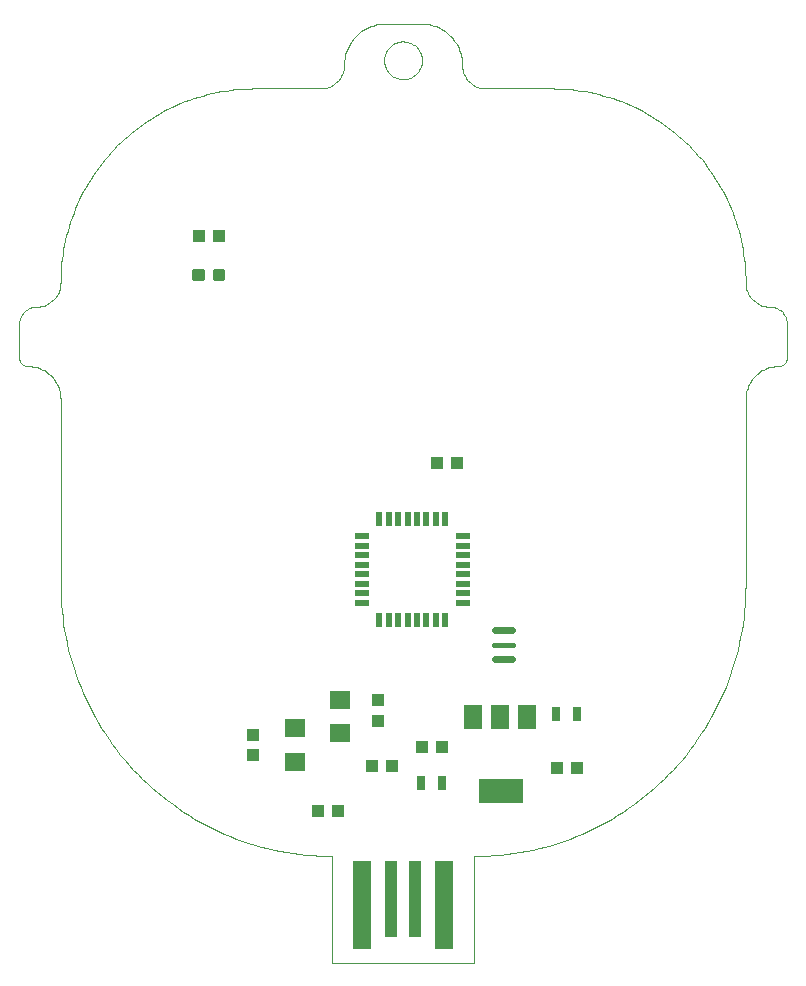
<source format=gtp>
G75*
%MOIN*%
%OFA0B0*%
%FSLAX24Y24*%
%IPPOS*%
%LPD*%
%AMOC8*
5,1,8,0,0,1.08239X$1,22.5*
%
%ADD10C,0.0000*%
%ADD11R,0.0220X0.0500*%
%ADD12R,0.0500X0.0220*%
%ADD13R,0.0394X0.0433*%
%ADD14R,0.0433X0.0394*%
%ADD15R,0.0709X0.0630*%
%ADD16R,0.0591X0.2953*%
%ADD17R,0.0394X0.2559*%
%ADD18R,0.0590X0.0790*%
%ADD19R,0.1500X0.0790*%
%ADD20C,0.0118*%
%ADD21R,0.0315X0.0472*%
%ADD22C,0.0240*%
%ADD23C,0.0177*%
D10*
X010533Y001133D02*
X015257Y001133D01*
X015257Y004677D01*
X010533Y004677D02*
X010533Y001133D01*
X010533Y004677D02*
X010314Y004680D01*
X010096Y004688D01*
X009877Y004701D01*
X009659Y004719D01*
X009442Y004743D01*
X009225Y004772D01*
X009009Y004806D01*
X008793Y004846D01*
X008579Y004890D01*
X008366Y004940D01*
X008154Y004995D01*
X007944Y005055D01*
X007735Y005120D01*
X007528Y005190D01*
X007322Y005265D01*
X007118Y005345D01*
X006917Y005430D01*
X006717Y005520D01*
X006520Y005615D01*
X006325Y005714D01*
X006132Y005818D01*
X005942Y005927D01*
X005755Y006040D01*
X005571Y006158D01*
X005389Y006280D01*
X005211Y006406D01*
X005035Y006537D01*
X004863Y006672D01*
X004694Y006811D01*
X004528Y006954D01*
X004366Y007101D01*
X004208Y007252D01*
X004053Y007407D01*
X003902Y007565D01*
X003755Y007727D01*
X003612Y007893D01*
X003473Y008062D01*
X003338Y008234D01*
X003207Y008410D01*
X003081Y008588D01*
X002959Y008770D01*
X002841Y008954D01*
X002728Y009141D01*
X002619Y009331D01*
X002515Y009524D01*
X002416Y009719D01*
X002321Y009916D01*
X002231Y010116D01*
X002146Y010317D01*
X002066Y010521D01*
X001991Y010727D01*
X001921Y010934D01*
X001856Y011143D01*
X001796Y011353D01*
X001741Y011565D01*
X001691Y011778D01*
X001647Y011992D01*
X001607Y012208D01*
X001573Y012424D01*
X001544Y012641D01*
X001520Y012858D01*
X001502Y013076D01*
X001489Y013295D01*
X001481Y013513D01*
X001478Y013732D01*
X001478Y019916D01*
X001476Y019980D01*
X001471Y020044D01*
X001461Y020107D01*
X001448Y020170D01*
X001432Y020231D01*
X001412Y020292D01*
X001388Y020352D01*
X001361Y020410D01*
X001331Y020466D01*
X001297Y020520D01*
X001260Y020573D01*
X001221Y020623D01*
X001178Y020671D01*
X001133Y020716D01*
X001085Y020759D01*
X001035Y020798D01*
X000982Y020835D01*
X000928Y020869D01*
X000872Y020899D01*
X000814Y020926D01*
X000754Y020950D01*
X000693Y020970D01*
X000632Y020986D01*
X000569Y020999D01*
X000506Y021009D01*
X000442Y021014D01*
X000378Y021016D01*
X000347Y021018D01*
X000316Y021023D01*
X000286Y021032D01*
X000257Y021044D01*
X000230Y021059D01*
X000205Y021077D01*
X000181Y021097D01*
X000161Y021121D01*
X000143Y021146D01*
X000128Y021173D01*
X000116Y021202D01*
X000107Y021232D01*
X000102Y021263D01*
X000100Y021294D01*
X000100Y022427D01*
X000102Y022473D01*
X000108Y022519D01*
X000117Y022564D01*
X000130Y022608D01*
X000147Y022651D01*
X000167Y022692D01*
X000191Y022732D01*
X000217Y022769D01*
X000247Y022804D01*
X000280Y022837D01*
X000315Y022867D01*
X000352Y022893D01*
X000392Y022917D01*
X000433Y022937D01*
X000476Y022954D01*
X000520Y022967D01*
X000565Y022976D01*
X000611Y022982D01*
X000657Y022984D01*
X000713Y022986D01*
X000769Y022992D01*
X000824Y023001D01*
X000879Y023014D01*
X000932Y023031D01*
X000984Y023052D01*
X001035Y023076D01*
X001084Y023104D01*
X001130Y023134D01*
X001175Y023168D01*
X001217Y023205D01*
X001257Y023245D01*
X001294Y023287D01*
X001328Y023332D01*
X001358Y023378D01*
X001386Y023427D01*
X001410Y023478D01*
X001431Y023530D01*
X001448Y023583D01*
X001461Y023638D01*
X001470Y023693D01*
X001476Y023749D01*
X001478Y023805D01*
X001480Y023964D01*
X001486Y024122D01*
X001496Y024280D01*
X001509Y024438D01*
X001527Y024596D01*
X001548Y024753D01*
X001573Y024910D01*
X001602Y025066D01*
X001635Y025221D01*
X001672Y025375D01*
X001712Y025528D01*
X001756Y025681D01*
X001804Y025832D01*
X001856Y025982D01*
X001911Y026131D01*
X001970Y026278D01*
X002032Y026424D01*
X002098Y026568D01*
X002168Y026710D01*
X002241Y026851D01*
X002317Y026990D01*
X002397Y027127D01*
X002481Y027262D01*
X002567Y027395D01*
X002657Y027526D01*
X002750Y027654D01*
X002846Y027781D01*
X002945Y027904D01*
X003047Y028026D01*
X003152Y028145D01*
X003260Y028261D01*
X003371Y028374D01*
X003484Y028485D01*
X003600Y028593D01*
X003719Y028698D01*
X003841Y028800D01*
X003964Y028899D01*
X004091Y028995D01*
X004219Y029088D01*
X004350Y029178D01*
X004483Y029264D01*
X004618Y029348D01*
X004755Y029428D01*
X004894Y029504D01*
X005035Y029577D01*
X005177Y029647D01*
X005321Y029713D01*
X005467Y029775D01*
X005614Y029834D01*
X005763Y029889D01*
X005913Y029941D01*
X006064Y029989D01*
X006217Y030033D01*
X006370Y030073D01*
X006524Y030110D01*
X006679Y030143D01*
X006835Y030172D01*
X006992Y030197D01*
X007149Y030218D01*
X007307Y030236D01*
X007465Y030249D01*
X007623Y030259D01*
X007781Y030265D01*
X007940Y030267D01*
X010125Y030267D01*
X010139Y030268D02*
X010193Y030270D01*
X010246Y030275D01*
X010299Y030284D01*
X010351Y030297D01*
X010403Y030313D01*
X010453Y030333D01*
X010501Y030356D01*
X010548Y030383D01*
X010593Y030412D01*
X010636Y030445D01*
X010676Y030480D01*
X010714Y030518D01*
X010749Y030558D01*
X010782Y030601D01*
X010811Y030646D01*
X010838Y030693D01*
X010861Y030741D01*
X010881Y030791D01*
X010897Y030843D01*
X010910Y030895D01*
X010919Y030948D01*
X010924Y031001D01*
X010926Y031055D01*
X010927Y031055D02*
X010929Y031127D01*
X010935Y031199D01*
X010944Y031271D01*
X010957Y031342D01*
X010974Y031412D01*
X010994Y031481D01*
X011019Y031549D01*
X011046Y031615D01*
X011077Y031681D01*
X011112Y031744D01*
X011149Y031806D01*
X011190Y031865D01*
X011234Y031922D01*
X011281Y031977D01*
X011331Y032029D01*
X011383Y032079D01*
X011438Y032126D01*
X011495Y032170D01*
X011554Y032211D01*
X011616Y032248D01*
X011679Y032283D01*
X011745Y032314D01*
X011811Y032341D01*
X011879Y032366D01*
X011948Y032386D01*
X012018Y032403D01*
X012089Y032416D01*
X012161Y032425D01*
X012233Y032431D01*
X012305Y032433D01*
X013486Y032433D01*
X012265Y031205D02*
X012267Y031255D01*
X012273Y031305D01*
X012283Y031354D01*
X012297Y031402D01*
X012314Y031449D01*
X012335Y031494D01*
X012360Y031538D01*
X012388Y031579D01*
X012420Y031618D01*
X012454Y031655D01*
X012491Y031689D01*
X012531Y031719D01*
X012573Y031746D01*
X012617Y031770D01*
X012663Y031791D01*
X012710Y031807D01*
X012758Y031820D01*
X012808Y031829D01*
X012857Y031834D01*
X012908Y031835D01*
X012958Y031832D01*
X013007Y031825D01*
X013056Y031814D01*
X013104Y031799D01*
X013150Y031781D01*
X013195Y031759D01*
X013238Y031733D01*
X013279Y031704D01*
X013318Y031672D01*
X013354Y031637D01*
X013386Y031599D01*
X013416Y031559D01*
X013443Y031516D01*
X013466Y031472D01*
X013485Y031426D01*
X013501Y031378D01*
X013513Y031329D01*
X013521Y031280D01*
X013525Y031230D01*
X013525Y031180D01*
X013521Y031130D01*
X013513Y031081D01*
X013501Y031032D01*
X013485Y030984D01*
X013466Y030938D01*
X013443Y030894D01*
X013416Y030851D01*
X013386Y030811D01*
X013354Y030773D01*
X013318Y030738D01*
X013279Y030706D01*
X013238Y030677D01*
X013195Y030651D01*
X013150Y030629D01*
X013104Y030611D01*
X013056Y030596D01*
X013007Y030585D01*
X012958Y030578D01*
X012908Y030575D01*
X012857Y030576D01*
X012808Y030581D01*
X012758Y030590D01*
X012710Y030603D01*
X012663Y030619D01*
X012617Y030640D01*
X012573Y030664D01*
X012531Y030691D01*
X012491Y030721D01*
X012454Y030755D01*
X012420Y030792D01*
X012388Y030831D01*
X012360Y030872D01*
X012335Y030916D01*
X012314Y030961D01*
X012297Y031008D01*
X012283Y031056D01*
X012273Y031105D01*
X012267Y031155D01*
X012265Y031205D01*
X013486Y032433D02*
X013558Y032431D01*
X013630Y032425D01*
X013702Y032416D01*
X013773Y032403D01*
X013843Y032386D01*
X013912Y032366D01*
X013980Y032341D01*
X014046Y032314D01*
X014112Y032283D01*
X014175Y032248D01*
X014237Y032211D01*
X014296Y032170D01*
X014353Y032126D01*
X014408Y032079D01*
X014460Y032029D01*
X014510Y031977D01*
X014557Y031922D01*
X014601Y031865D01*
X014642Y031806D01*
X014679Y031744D01*
X014714Y031681D01*
X014745Y031615D01*
X014772Y031549D01*
X014797Y031481D01*
X014817Y031412D01*
X014834Y031342D01*
X014847Y031271D01*
X014856Y031199D01*
X014862Y031127D01*
X014864Y031055D01*
X014866Y031001D01*
X014871Y030948D01*
X014880Y030895D01*
X014893Y030843D01*
X014909Y030791D01*
X014929Y030741D01*
X014952Y030693D01*
X014979Y030646D01*
X015008Y030601D01*
X015041Y030558D01*
X015076Y030518D01*
X015114Y030480D01*
X015154Y030445D01*
X015197Y030412D01*
X015242Y030383D01*
X015289Y030356D01*
X015337Y030333D01*
X015387Y030313D01*
X015439Y030297D01*
X015491Y030284D01*
X015544Y030275D01*
X015597Y030270D01*
X015651Y030268D01*
X015665Y030267D02*
X017850Y030267D01*
X018009Y030265D01*
X018167Y030259D01*
X018325Y030249D01*
X018483Y030236D01*
X018641Y030218D01*
X018798Y030197D01*
X018955Y030172D01*
X019111Y030143D01*
X019266Y030110D01*
X019420Y030073D01*
X019573Y030033D01*
X019726Y029989D01*
X019877Y029941D01*
X020027Y029889D01*
X020176Y029834D01*
X020323Y029775D01*
X020469Y029713D01*
X020613Y029647D01*
X020755Y029577D01*
X020896Y029504D01*
X021035Y029428D01*
X021172Y029348D01*
X021307Y029264D01*
X021440Y029178D01*
X021571Y029088D01*
X021699Y028995D01*
X021826Y028899D01*
X021949Y028800D01*
X022071Y028698D01*
X022190Y028593D01*
X022306Y028485D01*
X022419Y028374D01*
X022530Y028261D01*
X022638Y028145D01*
X022743Y028026D01*
X022845Y027904D01*
X022944Y027781D01*
X023040Y027654D01*
X023133Y027526D01*
X023223Y027395D01*
X023309Y027262D01*
X023393Y027127D01*
X023473Y026990D01*
X023549Y026851D01*
X023622Y026710D01*
X023692Y026568D01*
X023758Y026424D01*
X023820Y026278D01*
X023879Y026131D01*
X023934Y025982D01*
X023986Y025832D01*
X024034Y025681D01*
X024078Y025528D01*
X024118Y025375D01*
X024155Y025221D01*
X024188Y025066D01*
X024217Y024910D01*
X024242Y024753D01*
X024263Y024596D01*
X024281Y024438D01*
X024294Y024280D01*
X024304Y024122D01*
X024310Y023964D01*
X024312Y023805D01*
X024313Y023805D02*
X024315Y023749D01*
X024321Y023693D01*
X024330Y023638D01*
X024343Y023583D01*
X024360Y023530D01*
X024381Y023478D01*
X024405Y023427D01*
X024433Y023378D01*
X024463Y023332D01*
X024497Y023287D01*
X024534Y023245D01*
X024574Y023205D01*
X024616Y023168D01*
X024661Y023134D01*
X024707Y023104D01*
X024756Y023076D01*
X024807Y023052D01*
X024859Y023031D01*
X024912Y023014D01*
X024967Y023001D01*
X025022Y022992D01*
X025078Y022986D01*
X025134Y022984D01*
X025180Y022982D01*
X025226Y022976D01*
X025271Y022967D01*
X025315Y022954D01*
X025358Y022937D01*
X025399Y022917D01*
X025439Y022893D01*
X025476Y022867D01*
X025511Y022837D01*
X025544Y022804D01*
X025574Y022769D01*
X025600Y022732D01*
X025624Y022692D01*
X025644Y022651D01*
X025661Y022608D01*
X025674Y022564D01*
X025683Y022519D01*
X025689Y022473D01*
X025691Y022427D01*
X025691Y021294D01*
X025690Y021294D02*
X025688Y021263D01*
X025683Y021232D01*
X025674Y021202D01*
X025662Y021173D01*
X025647Y021146D01*
X025629Y021121D01*
X025609Y021097D01*
X025585Y021077D01*
X025560Y021059D01*
X025533Y021044D01*
X025504Y021032D01*
X025474Y021023D01*
X025443Y021018D01*
X025412Y021016D01*
X025348Y021014D01*
X025284Y021009D01*
X025221Y020999D01*
X025158Y020986D01*
X025097Y020970D01*
X025036Y020950D01*
X024976Y020926D01*
X024918Y020899D01*
X024862Y020869D01*
X024808Y020835D01*
X024755Y020798D01*
X024705Y020759D01*
X024657Y020716D01*
X024612Y020671D01*
X024569Y020623D01*
X024530Y020573D01*
X024493Y020520D01*
X024459Y020466D01*
X024429Y020410D01*
X024402Y020352D01*
X024378Y020292D01*
X024358Y020231D01*
X024342Y020170D01*
X024329Y020107D01*
X024319Y020044D01*
X024314Y019980D01*
X024312Y019916D01*
X024313Y019916D02*
X024313Y013732D01*
X024312Y013732D02*
X024309Y013513D01*
X024301Y013295D01*
X024288Y013076D01*
X024270Y012858D01*
X024246Y012641D01*
X024217Y012424D01*
X024183Y012208D01*
X024143Y011992D01*
X024099Y011778D01*
X024049Y011565D01*
X023994Y011353D01*
X023934Y011143D01*
X023869Y010934D01*
X023799Y010727D01*
X023724Y010521D01*
X023644Y010317D01*
X023559Y010116D01*
X023469Y009916D01*
X023374Y009719D01*
X023275Y009524D01*
X023171Y009331D01*
X023062Y009141D01*
X022949Y008954D01*
X022831Y008770D01*
X022709Y008588D01*
X022583Y008410D01*
X022452Y008234D01*
X022317Y008062D01*
X022178Y007893D01*
X022035Y007727D01*
X021888Y007565D01*
X021737Y007407D01*
X021582Y007252D01*
X021424Y007101D01*
X021262Y006954D01*
X021096Y006811D01*
X020927Y006672D01*
X020755Y006537D01*
X020579Y006406D01*
X020401Y006280D01*
X020219Y006158D01*
X020035Y006040D01*
X019848Y005927D01*
X019658Y005818D01*
X019465Y005714D01*
X019270Y005615D01*
X019073Y005520D01*
X018873Y005430D01*
X018672Y005345D01*
X018468Y005265D01*
X018262Y005190D01*
X018055Y005120D01*
X017846Y005055D01*
X017636Y004995D01*
X017424Y004940D01*
X017211Y004890D01*
X016997Y004846D01*
X016781Y004806D01*
X016565Y004772D01*
X016348Y004743D01*
X016131Y004719D01*
X015913Y004701D01*
X015694Y004688D01*
X015476Y004680D01*
X015257Y004677D01*
D11*
X014304Y012543D03*
X013989Y012543D03*
X013674Y012543D03*
X013359Y012543D03*
X013044Y012543D03*
X012729Y012543D03*
X012414Y012543D03*
X012099Y012543D03*
X012099Y015923D03*
X012414Y015923D03*
X012729Y015923D03*
X013044Y015923D03*
X013359Y015923D03*
X013674Y015923D03*
X013989Y015923D03*
X014304Y015923D03*
D12*
X014892Y015336D03*
X014892Y015021D03*
X014892Y014706D03*
X014892Y014391D03*
X014892Y014076D03*
X014892Y013761D03*
X014892Y013446D03*
X014892Y013131D03*
X011512Y013131D03*
X011512Y013446D03*
X011512Y013761D03*
X011512Y014076D03*
X011512Y014391D03*
X011512Y014706D03*
X011512Y015021D03*
X011512Y015336D03*
D13*
X007902Y008049D03*
X007902Y008718D03*
X012052Y009199D03*
X012052Y009868D03*
D14*
X013517Y008333D03*
X014186Y008333D03*
X012536Y007683D03*
X011867Y007683D03*
X010736Y006183D03*
X010067Y006183D03*
X018017Y007633D03*
X018686Y007633D03*
X014686Y017783D03*
X014017Y017783D03*
X006753Y025343D03*
X006083Y025343D03*
D15*
X010802Y009885D03*
X010802Y008782D03*
X009302Y008935D03*
X009302Y007832D03*
D16*
X011517Y003055D03*
X014273Y003055D03*
D17*
X013289Y003251D03*
X012502Y003251D03*
D18*
X015242Y009323D03*
X016142Y009323D03*
X017042Y009323D03*
D19*
X016152Y006843D03*
D20*
X006625Y023908D02*
X006625Y024184D01*
X006901Y024184D01*
X006901Y023908D01*
X006625Y023908D01*
X006625Y024025D02*
X006901Y024025D01*
X006901Y024142D02*
X006625Y024142D01*
X005935Y024184D02*
X005935Y023908D01*
X005935Y024184D02*
X006211Y024184D01*
X006211Y023908D01*
X005935Y023908D01*
X005935Y024025D02*
X006211Y024025D01*
X006211Y024142D02*
X005935Y024142D01*
D21*
X017997Y009433D03*
X018706Y009433D03*
X014206Y007133D03*
X013497Y007133D03*
D22*
X015972Y011261D02*
X016532Y011261D01*
X016532Y012206D02*
X015972Y012206D01*
D23*
X016564Y011733D02*
X016564Y011733D01*
X015940Y011733D01*
X015940Y011733D01*
X016564Y011733D01*
M02*

</source>
